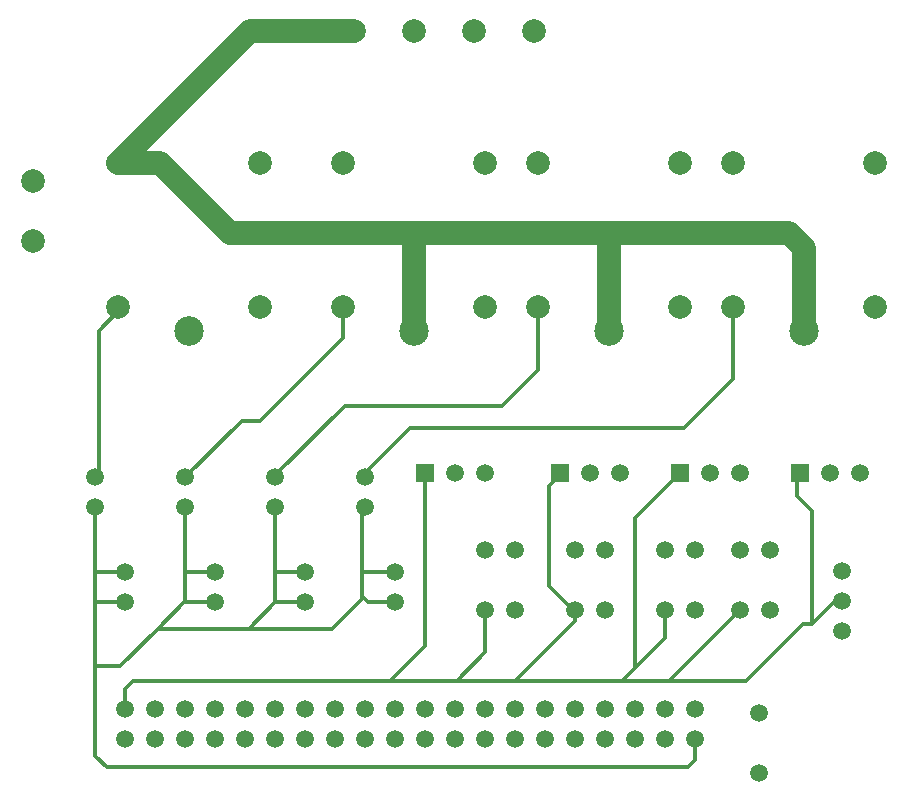
<source format=gtl>
G04 DipTrace 3.1.0.1*
G04 Controller.GTL*
%MOMM*%
G04 #@! TF.FileFunction,Copper,L1,Top*
G04 #@! TF.Part,Single*
G04 #@! TA.AperFunction,ComponentPad*
%ADD13C,2.0*%
G04 #@! TA.AperFunction,Conductor*
%ADD14C,0.33*%
G04 #@! TA.AperFunction,ComponentPad*
%ADD16C,2.5*%
%ADD17C,1.5*%
%ADD18R,1.5X1.5*%
%FSLAX35Y35*%
G04*
G71*
G90*
G75*
G01*
G04 Top*
%LPD*%
X2184293Y6608167D2*
D13*
X2539043D1*
X3133543Y6013667D1*
X4689293D1*
X6340293D1*
X7864293D1*
X7991293Y5886667D1*
Y5188167D1*
X6340293Y6013667D2*
Y5188167D1*
X4689293Y6013667D2*
Y5188167D1*
X2184293Y6608167D2*
X3304293Y7728167D1*
X4181293D1*
X2184293Y5388167D2*
D14*
Y5350167D1*
X2022293Y5188167D1*
Y3981663D1*
X1990543Y3949913D1*
X4089293Y5388167D2*
Y5127917D1*
X3387543Y4426167D1*
X3228797D1*
X2752543Y3949913D1*
X4276543D2*
Y3981667D1*
X4657543Y4362667D1*
X6975293D1*
X7388043Y4775417D1*
Y5384917D1*
X7391293Y5388167D1*
X5740293D2*
Y4858043D1*
X5435417Y4553167D1*
X4101917D1*
X3514543Y3965793D1*
Y3949913D1*
X3768543Y3140297D2*
X3514543D1*
Y2886293D1*
X3768543D1*
X3514543Y3140297D2*
Y3695920D1*
X2752543D2*
Y3140297D1*
Y2898110D1*
X2740727Y2886293D1*
X2518477Y2664043D1*
X3292293D1*
X3514543Y2886293D1*
X1990543Y3695920D2*
Y3140297D1*
Y2886293D1*
Y2346543D1*
Y1585860D1*
X2086933Y1489470D1*
X7007667D1*
X7070543Y1552347D1*
Y1727417D1*
X2244543Y3140297D2*
X1990543D1*
X2244543Y2886293D2*
X1990543D1*
X2518477Y2664043D2*
X2200977Y2346543D1*
X1990543D1*
X3006543Y2886293D2*
X2740727D1*
X3006543Y3140297D2*
X2752543D1*
X4276543Y3695920D2*
X4244793Y3664170D1*
Y3145517D1*
X4525323D1*
X4530543Y3140297D1*
X3292293Y2664043D2*
X3990797D1*
X4244793Y2918040D1*
Y2936900D1*
Y3145517D1*
X4530543Y2886293D2*
X4295400D1*
X4244793Y2936900D1*
X4784543Y3981670D2*
Y2521163D1*
X4482923Y2219543D1*
X5049713D1*
X5546543D1*
X6054543Y2727543D1*
Y2822787D1*
X6943543Y3981670D2*
X6562543Y3600670D1*
Y2330667D1*
X6451420Y2219543D1*
X5546543D1*
X6816543Y2822787D2*
Y2584667D1*
X6562543Y2330667D1*
X7451543Y2822787D2*
X6848300Y2219543D1*
X6451420D1*
X7959543Y3981670D2*
X7927793D1*
Y3791167D1*
X8054793Y3664167D1*
Y2706317D1*
X7985943D1*
X7499170Y2219543D1*
X6848300D1*
X6054543Y2822787D2*
X6038673D1*
X5832293Y3029167D1*
Y3870543D1*
X5927543Y3965793D1*
Y3981670D1*
X5292543Y2822787D2*
Y2462373D1*
X5049713Y2219543D1*
X4482923D2*
X2309057D1*
X2244543Y2155030D1*
Y1981420D1*
X8308793Y2902167D2*
X8250643D1*
X8054793Y2706317D1*
D16*
X2784293Y5188167D3*
D13*
X2184293Y5388167D3*
X3384293D3*
X2184293Y6608167D3*
X3384293D3*
X4181293Y7728167D3*
X4689293D3*
X5197293D3*
X5705293D3*
D17*
X2244543Y1981420D3*
X2498543D3*
X2752543D3*
X3006543D3*
X3260543D3*
X3514543D3*
X3768543D3*
X4022543D3*
X4276543D3*
X4530543D3*
X4784543D3*
X5038543D3*
X5292543D3*
X5546543D3*
X5800543D3*
X6054543D3*
X6308543D3*
X6562543D3*
X6816543D3*
X7070543D3*
X2244543Y1727417D3*
X2498543D3*
X3006543D3*
X2752543D3*
X3260543D3*
X3514543D3*
X3768543D3*
X4022543D3*
X4276543D3*
X4530543D3*
X4784543D3*
X5038543D3*
X5292543D3*
X5546543D3*
X5800543D3*
X6054543D3*
X6308543D3*
X6562543D3*
X6816543D3*
X7070543D3*
X1990543Y3949913D3*
Y3695920D3*
X2244543Y3140297D3*
Y2886293D3*
X5292543Y3981670D3*
X5038543D3*
D18*
X4784543D3*
D17*
X2752543Y3949913D3*
Y3695920D3*
X8308793Y3156167D3*
Y2902167D3*
X3006543Y3140297D3*
Y2886293D3*
X3514543Y3949913D3*
Y3695920D3*
X8308793Y2648167D3*
X7610293Y1441667D3*
X3768543Y3140297D3*
Y2886293D3*
X4276543Y3949913D3*
Y3695920D3*
X7610293Y1949667D3*
X4530543Y3140297D3*
Y2886293D3*
X5292543Y3330793D3*
Y2822787D3*
X5546543Y3330793D3*
Y2822787D3*
X6435543Y3981670D3*
X6181543D3*
D18*
X5927543D3*
D17*
X6054543Y3330793D3*
X6308543D3*
X6054543Y2822787D3*
X6308543D3*
X7451543Y3981670D3*
X7197543D3*
D18*
X6943543D3*
D17*
X8467543D3*
X8213543D3*
D18*
X7959543D3*
D17*
X6816543Y3330793D3*
X7070543D3*
X6816543Y2822787D3*
X7070543D3*
X7451543Y3330793D3*
X7705543D3*
X7451543Y2822787D3*
X7705543D3*
D13*
X1466667Y6458167D3*
Y5950167D3*
D16*
X4689293Y5188167D3*
D13*
X4089293Y5388167D3*
X5289293D3*
X4089293Y6608167D3*
X5289293D3*
D16*
X6340293Y5188167D3*
D13*
X5740293Y5388167D3*
X6940293D3*
X5740293Y6608167D3*
X6940293D3*
D16*
X7991293Y5188167D3*
D13*
X7391293Y5388167D3*
X8591293D3*
X7391293Y6608167D3*
X8591293D3*
M02*

</source>
